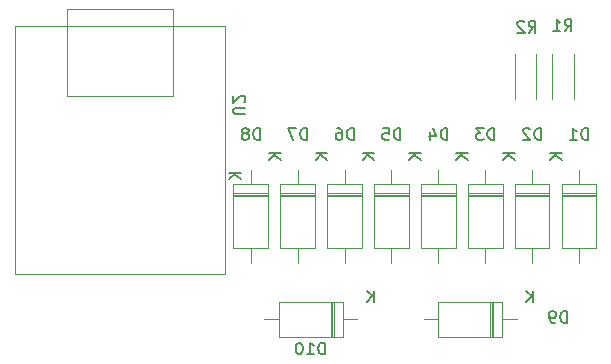
<source format=gbr>
%TF.GenerationSoftware,KiCad,Pcbnew,8.0.5-dirty*%
%TF.CreationDate,2024-10-05T14:38:16-04:00*%
%TF.ProjectId,cool-keyboard,636f6f6c-2d6b-4657-9962-6f6172642e6b,rev?*%
%TF.SameCoordinates,Original*%
%TF.FileFunction,Legend,Bot*%
%TF.FilePolarity,Positive*%
%FSLAX46Y46*%
G04 Gerber Fmt 4.6, Leading zero omitted, Abs format (unit mm)*
G04 Created by KiCad (PCBNEW 8.0.5-dirty) date 2024-10-05 14:38:16*
%MOMM*%
%LPD*%
G01*
G04 APERTURE LIST*
%ADD10C,0.150000*%
%ADD11C,0.120000*%
G04 APERTURE END LIST*
D10*
X155424094Y-77480319D02*
X155424094Y-76480319D01*
X155424094Y-76480319D02*
X155185999Y-76480319D01*
X155185999Y-76480319D02*
X155043142Y-76527938D01*
X155043142Y-76527938D02*
X154947904Y-76623176D01*
X154947904Y-76623176D02*
X154900285Y-76718414D01*
X154900285Y-76718414D02*
X154852666Y-76908890D01*
X154852666Y-76908890D02*
X154852666Y-77051747D01*
X154852666Y-77051747D02*
X154900285Y-77242223D01*
X154900285Y-77242223D02*
X154947904Y-77337461D01*
X154947904Y-77337461D02*
X155043142Y-77432700D01*
X155043142Y-77432700D02*
X155185999Y-77480319D01*
X155185999Y-77480319D02*
X155424094Y-77480319D01*
X154376475Y-77480319D02*
X154185999Y-77480319D01*
X154185999Y-77480319D02*
X154090761Y-77432700D01*
X154090761Y-77432700D02*
X154043142Y-77385080D01*
X154043142Y-77385080D02*
X153947904Y-77242223D01*
X153947904Y-77242223D02*
X153900285Y-77051747D01*
X153900285Y-77051747D02*
X153900285Y-76670795D01*
X153900285Y-76670795D02*
X153947904Y-76575557D01*
X153947904Y-76575557D02*
X153995523Y-76527938D01*
X153995523Y-76527938D02*
X154090761Y-76480319D01*
X154090761Y-76480319D02*
X154281237Y-76480319D01*
X154281237Y-76480319D02*
X154376475Y-76527938D01*
X154376475Y-76527938D02*
X154424094Y-76575557D01*
X154424094Y-76575557D02*
X154471713Y-76670795D01*
X154471713Y-76670795D02*
X154471713Y-76908890D01*
X154471713Y-76908890D02*
X154424094Y-77004128D01*
X154424094Y-77004128D02*
X154376475Y-77051747D01*
X154376475Y-77051747D02*
X154281237Y-77099366D01*
X154281237Y-77099366D02*
X154090761Y-77099366D01*
X154090761Y-77099366D02*
X153995523Y-77051747D01*
X153995523Y-77051747D02*
X153947904Y-77004128D01*
X153947904Y-77004128D02*
X153900285Y-76908890D01*
X152566604Y-75739019D02*
X152566604Y-74739019D01*
X151995176Y-75739019D02*
X152423747Y-75167590D01*
X151995176Y-74739019D02*
X152566604Y-75310447D01*
X137358394Y-61986319D02*
X137358394Y-60986319D01*
X137358394Y-60986319D02*
X137120299Y-60986319D01*
X137120299Y-60986319D02*
X136977442Y-61033938D01*
X136977442Y-61033938D02*
X136882204Y-61129176D01*
X136882204Y-61129176D02*
X136834585Y-61224414D01*
X136834585Y-61224414D02*
X136786966Y-61414890D01*
X136786966Y-61414890D02*
X136786966Y-61557747D01*
X136786966Y-61557747D02*
X136834585Y-61748223D01*
X136834585Y-61748223D02*
X136882204Y-61843461D01*
X136882204Y-61843461D02*
X136977442Y-61938700D01*
X136977442Y-61938700D02*
X137120299Y-61986319D01*
X137120299Y-61986319D02*
X137358394Y-61986319D01*
X135929823Y-60986319D02*
X136120299Y-60986319D01*
X136120299Y-60986319D02*
X136215537Y-61033938D01*
X136215537Y-61033938D02*
X136263156Y-61081557D01*
X136263156Y-61081557D02*
X136358394Y-61224414D01*
X136358394Y-61224414D02*
X136406013Y-61414890D01*
X136406013Y-61414890D02*
X136406013Y-61795842D01*
X136406013Y-61795842D02*
X136358394Y-61891080D01*
X136358394Y-61891080D02*
X136310775Y-61938700D01*
X136310775Y-61938700D02*
X136215537Y-61986319D01*
X136215537Y-61986319D02*
X136025061Y-61986319D01*
X136025061Y-61986319D02*
X135929823Y-61938700D01*
X135929823Y-61938700D02*
X135882204Y-61891080D01*
X135882204Y-61891080D02*
X135834585Y-61795842D01*
X135834585Y-61795842D02*
X135834585Y-61557747D01*
X135834585Y-61557747D02*
X135882204Y-61462509D01*
X135882204Y-61462509D02*
X135929823Y-61414890D01*
X135929823Y-61414890D02*
X136025061Y-61367271D01*
X136025061Y-61367271D02*
X136215537Y-61367271D01*
X136215537Y-61367271D02*
X136310775Y-61414890D01*
X136310775Y-61414890D02*
X136358394Y-61462509D01*
X136358394Y-61462509D02*
X136406013Y-61557747D01*
X135143319Y-63111095D02*
X134143319Y-63111095D01*
X135143319Y-63682523D02*
X134571890Y-63253952D01*
X134143319Y-63682523D02*
X134714747Y-63111095D01*
X134945285Y-80147319D02*
X134945285Y-79147319D01*
X134945285Y-79147319D02*
X134707190Y-79147319D01*
X134707190Y-79147319D02*
X134564333Y-79194938D01*
X134564333Y-79194938D02*
X134469095Y-79290176D01*
X134469095Y-79290176D02*
X134421476Y-79385414D01*
X134421476Y-79385414D02*
X134373857Y-79575890D01*
X134373857Y-79575890D02*
X134373857Y-79718747D01*
X134373857Y-79718747D02*
X134421476Y-79909223D01*
X134421476Y-79909223D02*
X134469095Y-80004461D01*
X134469095Y-80004461D02*
X134564333Y-80099700D01*
X134564333Y-80099700D02*
X134707190Y-80147319D01*
X134707190Y-80147319D02*
X134945285Y-80147319D01*
X133421476Y-80147319D02*
X133992904Y-80147319D01*
X133707190Y-80147319D02*
X133707190Y-79147319D01*
X133707190Y-79147319D02*
X133802428Y-79290176D01*
X133802428Y-79290176D02*
X133897666Y-79385414D01*
X133897666Y-79385414D02*
X133992904Y-79433033D01*
X132802428Y-79147319D02*
X132707190Y-79147319D01*
X132707190Y-79147319D02*
X132611952Y-79194938D01*
X132611952Y-79194938D02*
X132564333Y-79242557D01*
X132564333Y-79242557D02*
X132516714Y-79337795D01*
X132516714Y-79337795D02*
X132469095Y-79528271D01*
X132469095Y-79528271D02*
X132469095Y-79766366D01*
X132469095Y-79766366D02*
X132516714Y-79956842D01*
X132516714Y-79956842D02*
X132564333Y-80052080D01*
X132564333Y-80052080D02*
X132611952Y-80099700D01*
X132611952Y-80099700D02*
X132707190Y-80147319D01*
X132707190Y-80147319D02*
X132802428Y-80147319D01*
X132802428Y-80147319D02*
X132897666Y-80099700D01*
X132897666Y-80099700D02*
X132945285Y-80052080D01*
X132945285Y-80052080D02*
X132992904Y-79956842D01*
X132992904Y-79956842D02*
X133040523Y-79766366D01*
X133040523Y-79766366D02*
X133040523Y-79528271D01*
X133040523Y-79528271D02*
X132992904Y-79337795D01*
X132992904Y-79337795D02*
X132945285Y-79242557D01*
X132945285Y-79242557D02*
X132897666Y-79194938D01*
X132897666Y-79194938D02*
X132802428Y-79147319D01*
X139072904Y-75739019D02*
X139072904Y-74739019D01*
X138501476Y-75739019D02*
X138930047Y-75167590D01*
X138501476Y-74739019D02*
X139072904Y-75310447D01*
X149264594Y-61986319D02*
X149264594Y-60986319D01*
X149264594Y-60986319D02*
X149026499Y-60986319D01*
X149026499Y-60986319D02*
X148883642Y-61033938D01*
X148883642Y-61033938D02*
X148788404Y-61129176D01*
X148788404Y-61129176D02*
X148740785Y-61224414D01*
X148740785Y-61224414D02*
X148693166Y-61414890D01*
X148693166Y-61414890D02*
X148693166Y-61557747D01*
X148693166Y-61557747D02*
X148740785Y-61748223D01*
X148740785Y-61748223D02*
X148788404Y-61843461D01*
X148788404Y-61843461D02*
X148883642Y-61938700D01*
X148883642Y-61938700D02*
X149026499Y-61986319D01*
X149026499Y-61986319D02*
X149264594Y-61986319D01*
X148359832Y-60986319D02*
X147740785Y-60986319D01*
X147740785Y-60986319D02*
X148074118Y-61367271D01*
X148074118Y-61367271D02*
X147931261Y-61367271D01*
X147931261Y-61367271D02*
X147836023Y-61414890D01*
X147836023Y-61414890D02*
X147788404Y-61462509D01*
X147788404Y-61462509D02*
X147740785Y-61557747D01*
X147740785Y-61557747D02*
X147740785Y-61795842D01*
X147740785Y-61795842D02*
X147788404Y-61891080D01*
X147788404Y-61891080D02*
X147836023Y-61938700D01*
X147836023Y-61938700D02*
X147931261Y-61986319D01*
X147931261Y-61986319D02*
X148216975Y-61986319D01*
X148216975Y-61986319D02*
X148312213Y-61938700D01*
X148312213Y-61938700D02*
X148359832Y-61891080D01*
X147049519Y-63111095D02*
X146049519Y-63111095D01*
X147049519Y-63682523D02*
X146478090Y-63253952D01*
X146049519Y-63682523D02*
X146620947Y-63111095D01*
X155233666Y-52778819D02*
X155566999Y-52302628D01*
X155805094Y-52778819D02*
X155805094Y-51778819D01*
X155805094Y-51778819D02*
X155424142Y-51778819D01*
X155424142Y-51778819D02*
X155328904Y-51826438D01*
X155328904Y-51826438D02*
X155281285Y-51874057D01*
X155281285Y-51874057D02*
X155233666Y-51969295D01*
X155233666Y-51969295D02*
X155233666Y-52112152D01*
X155233666Y-52112152D02*
X155281285Y-52207390D01*
X155281285Y-52207390D02*
X155328904Y-52255009D01*
X155328904Y-52255009D02*
X155424142Y-52302628D01*
X155424142Y-52302628D02*
X155805094Y-52302628D01*
X154281285Y-52778819D02*
X154852713Y-52778819D01*
X154566999Y-52778819D02*
X154566999Y-51778819D01*
X154566999Y-51778819D02*
X154662237Y-51921676D01*
X154662237Y-51921676D02*
X154757475Y-52016914D01*
X154757475Y-52016914D02*
X154852713Y-52064533D01*
X145295894Y-61986319D02*
X145295894Y-60986319D01*
X145295894Y-60986319D02*
X145057799Y-60986319D01*
X145057799Y-60986319D02*
X144914942Y-61033938D01*
X144914942Y-61033938D02*
X144819704Y-61129176D01*
X144819704Y-61129176D02*
X144772085Y-61224414D01*
X144772085Y-61224414D02*
X144724466Y-61414890D01*
X144724466Y-61414890D02*
X144724466Y-61557747D01*
X144724466Y-61557747D02*
X144772085Y-61748223D01*
X144772085Y-61748223D02*
X144819704Y-61843461D01*
X144819704Y-61843461D02*
X144914942Y-61938700D01*
X144914942Y-61938700D02*
X145057799Y-61986319D01*
X145057799Y-61986319D02*
X145295894Y-61986319D01*
X143867323Y-61319652D02*
X143867323Y-61986319D01*
X144105418Y-60938700D02*
X144343513Y-61652985D01*
X144343513Y-61652985D02*
X143724466Y-61652985D01*
X143080819Y-63111095D02*
X142080819Y-63111095D01*
X143080819Y-63682523D02*
X142509390Y-63253952D01*
X142080819Y-63682523D02*
X142652247Y-63111095D01*
X157202094Y-61986319D02*
X157202094Y-60986319D01*
X157202094Y-60986319D02*
X156963999Y-60986319D01*
X156963999Y-60986319D02*
X156821142Y-61033938D01*
X156821142Y-61033938D02*
X156725904Y-61129176D01*
X156725904Y-61129176D02*
X156678285Y-61224414D01*
X156678285Y-61224414D02*
X156630666Y-61414890D01*
X156630666Y-61414890D02*
X156630666Y-61557747D01*
X156630666Y-61557747D02*
X156678285Y-61748223D01*
X156678285Y-61748223D02*
X156725904Y-61843461D01*
X156725904Y-61843461D02*
X156821142Y-61938700D01*
X156821142Y-61938700D02*
X156963999Y-61986319D01*
X156963999Y-61986319D02*
X157202094Y-61986319D01*
X155678285Y-61986319D02*
X156249713Y-61986319D01*
X155963999Y-61986319D02*
X155963999Y-60986319D01*
X155963999Y-60986319D02*
X156059237Y-61129176D01*
X156059237Y-61129176D02*
X156154475Y-61224414D01*
X156154475Y-61224414D02*
X156249713Y-61272033D01*
X154987019Y-63111095D02*
X153987019Y-63111095D01*
X154987019Y-63682523D02*
X154415590Y-63253952D01*
X153987019Y-63682523D02*
X154558447Y-63111095D01*
X152185666Y-52905819D02*
X152518999Y-52429628D01*
X152757094Y-52905819D02*
X152757094Y-51905819D01*
X152757094Y-51905819D02*
X152376142Y-51905819D01*
X152376142Y-51905819D02*
X152280904Y-51953438D01*
X152280904Y-51953438D02*
X152233285Y-52001057D01*
X152233285Y-52001057D02*
X152185666Y-52096295D01*
X152185666Y-52096295D02*
X152185666Y-52239152D01*
X152185666Y-52239152D02*
X152233285Y-52334390D01*
X152233285Y-52334390D02*
X152280904Y-52382009D01*
X152280904Y-52382009D02*
X152376142Y-52429628D01*
X152376142Y-52429628D02*
X152757094Y-52429628D01*
X151804713Y-52001057D02*
X151757094Y-51953438D01*
X151757094Y-51953438D02*
X151661856Y-51905819D01*
X151661856Y-51905819D02*
X151423761Y-51905819D01*
X151423761Y-51905819D02*
X151328523Y-51953438D01*
X151328523Y-51953438D02*
X151280904Y-52001057D01*
X151280904Y-52001057D02*
X151233285Y-52096295D01*
X151233285Y-52096295D02*
X151233285Y-52191533D01*
X151233285Y-52191533D02*
X151280904Y-52334390D01*
X151280904Y-52334390D02*
X151852332Y-52905819D01*
X151852332Y-52905819D02*
X151233285Y-52905819D01*
X153233394Y-61986319D02*
X153233394Y-60986319D01*
X153233394Y-60986319D02*
X152995299Y-60986319D01*
X152995299Y-60986319D02*
X152852442Y-61033938D01*
X152852442Y-61033938D02*
X152757204Y-61129176D01*
X152757204Y-61129176D02*
X152709585Y-61224414D01*
X152709585Y-61224414D02*
X152661966Y-61414890D01*
X152661966Y-61414890D02*
X152661966Y-61557747D01*
X152661966Y-61557747D02*
X152709585Y-61748223D01*
X152709585Y-61748223D02*
X152757204Y-61843461D01*
X152757204Y-61843461D02*
X152852442Y-61938700D01*
X152852442Y-61938700D02*
X152995299Y-61986319D01*
X152995299Y-61986319D02*
X153233394Y-61986319D01*
X152281013Y-61081557D02*
X152233394Y-61033938D01*
X152233394Y-61033938D02*
X152138156Y-60986319D01*
X152138156Y-60986319D02*
X151900061Y-60986319D01*
X151900061Y-60986319D02*
X151804823Y-61033938D01*
X151804823Y-61033938D02*
X151757204Y-61081557D01*
X151757204Y-61081557D02*
X151709585Y-61176795D01*
X151709585Y-61176795D02*
X151709585Y-61272033D01*
X151709585Y-61272033D02*
X151757204Y-61414890D01*
X151757204Y-61414890D02*
X152328632Y-61986319D01*
X152328632Y-61986319D02*
X151709585Y-61986319D01*
X151018319Y-63111095D02*
X150018319Y-63111095D01*
X151018319Y-63682523D02*
X150446890Y-63253952D01*
X150018319Y-63682523D02*
X150589747Y-63111095D01*
X133389594Y-61986319D02*
X133389594Y-60986319D01*
X133389594Y-60986319D02*
X133151499Y-60986319D01*
X133151499Y-60986319D02*
X133008642Y-61033938D01*
X133008642Y-61033938D02*
X132913404Y-61129176D01*
X132913404Y-61129176D02*
X132865785Y-61224414D01*
X132865785Y-61224414D02*
X132818166Y-61414890D01*
X132818166Y-61414890D02*
X132818166Y-61557747D01*
X132818166Y-61557747D02*
X132865785Y-61748223D01*
X132865785Y-61748223D02*
X132913404Y-61843461D01*
X132913404Y-61843461D02*
X133008642Y-61938700D01*
X133008642Y-61938700D02*
X133151499Y-61986319D01*
X133151499Y-61986319D02*
X133389594Y-61986319D01*
X132484832Y-60986319D02*
X131818166Y-60986319D01*
X131818166Y-60986319D02*
X132246737Y-61986319D01*
X131174519Y-63111095D02*
X130174519Y-63111095D01*
X131174519Y-63682523D02*
X130603090Y-63253952D01*
X130174519Y-63682523D02*
X130745947Y-63111095D01*
X128180180Y-59816904D02*
X127370657Y-59816904D01*
X127370657Y-59816904D02*
X127275419Y-59769285D01*
X127275419Y-59769285D02*
X127227800Y-59721666D01*
X127227800Y-59721666D02*
X127180180Y-59626428D01*
X127180180Y-59626428D02*
X127180180Y-59435952D01*
X127180180Y-59435952D02*
X127227800Y-59340714D01*
X127227800Y-59340714D02*
X127275419Y-59293095D01*
X127275419Y-59293095D02*
X127370657Y-59245476D01*
X127370657Y-59245476D02*
X128180180Y-59245476D01*
X128084942Y-58816904D02*
X128132561Y-58769285D01*
X128132561Y-58769285D02*
X128180180Y-58674047D01*
X128180180Y-58674047D02*
X128180180Y-58435952D01*
X128180180Y-58435952D02*
X128132561Y-58340714D01*
X128132561Y-58340714D02*
X128084942Y-58293095D01*
X128084942Y-58293095D02*
X127989704Y-58245476D01*
X127989704Y-58245476D02*
X127894466Y-58245476D01*
X127894466Y-58245476D02*
X127751609Y-58293095D01*
X127751609Y-58293095D02*
X127180180Y-58864523D01*
X127180180Y-58864523D02*
X127180180Y-58245476D01*
X141327094Y-61986319D02*
X141327094Y-60986319D01*
X141327094Y-60986319D02*
X141088999Y-60986319D01*
X141088999Y-60986319D02*
X140946142Y-61033938D01*
X140946142Y-61033938D02*
X140850904Y-61129176D01*
X140850904Y-61129176D02*
X140803285Y-61224414D01*
X140803285Y-61224414D02*
X140755666Y-61414890D01*
X140755666Y-61414890D02*
X140755666Y-61557747D01*
X140755666Y-61557747D02*
X140803285Y-61748223D01*
X140803285Y-61748223D02*
X140850904Y-61843461D01*
X140850904Y-61843461D02*
X140946142Y-61938700D01*
X140946142Y-61938700D02*
X141088999Y-61986319D01*
X141088999Y-61986319D02*
X141327094Y-61986319D01*
X139850904Y-60986319D02*
X140327094Y-60986319D01*
X140327094Y-60986319D02*
X140374713Y-61462509D01*
X140374713Y-61462509D02*
X140327094Y-61414890D01*
X140327094Y-61414890D02*
X140231856Y-61367271D01*
X140231856Y-61367271D02*
X139993761Y-61367271D01*
X139993761Y-61367271D02*
X139898523Y-61414890D01*
X139898523Y-61414890D02*
X139850904Y-61462509D01*
X139850904Y-61462509D02*
X139803285Y-61557747D01*
X139803285Y-61557747D02*
X139803285Y-61795842D01*
X139803285Y-61795842D02*
X139850904Y-61891080D01*
X139850904Y-61891080D02*
X139898523Y-61938700D01*
X139898523Y-61938700D02*
X139993761Y-61986319D01*
X139993761Y-61986319D02*
X140231856Y-61986319D01*
X140231856Y-61986319D02*
X140327094Y-61938700D01*
X140327094Y-61938700D02*
X140374713Y-61891080D01*
X139112019Y-63111095D02*
X138112019Y-63111095D01*
X139112019Y-63682523D02*
X138540590Y-63253952D01*
X138112019Y-63682523D02*
X138683447Y-63111095D01*
X129420894Y-61986319D02*
X129420894Y-60986319D01*
X129420894Y-60986319D02*
X129182799Y-60986319D01*
X129182799Y-60986319D02*
X129039942Y-61033938D01*
X129039942Y-61033938D02*
X128944704Y-61129176D01*
X128944704Y-61129176D02*
X128897085Y-61224414D01*
X128897085Y-61224414D02*
X128849466Y-61414890D01*
X128849466Y-61414890D02*
X128849466Y-61557747D01*
X128849466Y-61557747D02*
X128897085Y-61748223D01*
X128897085Y-61748223D02*
X128944704Y-61843461D01*
X128944704Y-61843461D02*
X129039942Y-61938700D01*
X129039942Y-61938700D02*
X129182799Y-61986319D01*
X129182799Y-61986319D02*
X129420894Y-61986319D01*
X128278037Y-61414890D02*
X128373275Y-61367271D01*
X128373275Y-61367271D02*
X128420894Y-61319652D01*
X128420894Y-61319652D02*
X128468513Y-61224414D01*
X128468513Y-61224414D02*
X128468513Y-61176795D01*
X128468513Y-61176795D02*
X128420894Y-61081557D01*
X128420894Y-61081557D02*
X128373275Y-61033938D01*
X128373275Y-61033938D02*
X128278037Y-60986319D01*
X128278037Y-60986319D02*
X128087561Y-60986319D01*
X128087561Y-60986319D02*
X127992323Y-61033938D01*
X127992323Y-61033938D02*
X127944704Y-61081557D01*
X127944704Y-61081557D02*
X127897085Y-61176795D01*
X127897085Y-61176795D02*
X127897085Y-61224414D01*
X127897085Y-61224414D02*
X127944704Y-61319652D01*
X127944704Y-61319652D02*
X127992323Y-61367271D01*
X127992323Y-61367271D02*
X128087561Y-61414890D01*
X128087561Y-61414890D02*
X128278037Y-61414890D01*
X128278037Y-61414890D02*
X128373275Y-61462509D01*
X128373275Y-61462509D02*
X128420894Y-61510128D01*
X128420894Y-61510128D02*
X128468513Y-61605366D01*
X128468513Y-61605366D02*
X128468513Y-61795842D01*
X128468513Y-61795842D02*
X128420894Y-61891080D01*
X128420894Y-61891080D02*
X128373275Y-61938700D01*
X128373275Y-61938700D02*
X128278037Y-61986319D01*
X128278037Y-61986319D02*
X128087561Y-61986319D01*
X128087561Y-61986319D02*
X127992323Y-61938700D01*
X127992323Y-61938700D02*
X127944704Y-61891080D01*
X127944704Y-61891080D02*
X127897085Y-61795842D01*
X127897085Y-61795842D02*
X127897085Y-61605366D01*
X127897085Y-61605366D02*
X127944704Y-61510128D01*
X127944704Y-61510128D02*
X127992323Y-61462509D01*
X127992323Y-61462509D02*
X128087561Y-61414890D01*
X127804019Y-64762095D02*
X126804019Y-64762095D01*
X127804019Y-65333523D02*
X127232590Y-64904952D01*
X126804019Y-65333523D02*
X127375447Y-64762095D01*
D11*
%TO.C,D9*%
X144504700Y-75714200D02*
X144504700Y-78654200D01*
X144504700Y-77184200D02*
X143284700Y-77184200D01*
X144504700Y-78654200D02*
X149944700Y-78654200D01*
X148924700Y-78654200D02*
X148924700Y-75714200D01*
X149044700Y-78654200D02*
X149044700Y-75714200D01*
X149164700Y-78654200D02*
X149164700Y-75714200D01*
X149944700Y-75714200D02*
X144504700Y-75714200D01*
X149944700Y-77184200D02*
X151164700Y-77184200D01*
X149944700Y-78654200D02*
X149944700Y-75714200D01*
%TO.C,D6*%
X135118500Y-65733000D02*
X135118500Y-71173000D01*
X135118500Y-71173000D02*
X138058500Y-71173000D01*
X136588500Y-65733000D02*
X136588500Y-64513000D01*
X136588500Y-71173000D02*
X136588500Y-72393000D01*
X138058500Y-65733000D02*
X135118500Y-65733000D01*
X138058500Y-66513000D02*
X135118500Y-66513000D01*
X138058500Y-66633000D02*
X135118500Y-66633000D01*
X138058500Y-66753000D02*
X135118500Y-66753000D01*
X138058500Y-71173000D02*
X138058500Y-65733000D01*
%TO.C,D10*%
X131011000Y-75714200D02*
X131011000Y-78654200D01*
X131011000Y-77184200D02*
X129791000Y-77184200D01*
X131011000Y-78654200D02*
X136451000Y-78654200D01*
X135431000Y-78654200D02*
X135431000Y-75714200D01*
X135551000Y-78654200D02*
X135551000Y-75714200D01*
X135671000Y-78654200D02*
X135671000Y-75714200D01*
X136451000Y-75714200D02*
X131011000Y-75714200D01*
X136451000Y-77184200D02*
X137671000Y-77184200D01*
X136451000Y-78654200D02*
X136451000Y-75714200D01*
%TO.C,D3*%
X147024700Y-65733000D02*
X147024700Y-71173000D01*
X147024700Y-71173000D02*
X149964700Y-71173000D01*
X148494700Y-65733000D02*
X148494700Y-64513000D01*
X148494700Y-71173000D02*
X148494700Y-72393000D01*
X149964700Y-65733000D02*
X147024700Y-65733000D01*
X149964700Y-66513000D02*
X147024700Y-66513000D01*
X149964700Y-66633000D02*
X147024700Y-66633000D01*
X149964700Y-66753000D02*
X147024700Y-66753000D01*
X149964700Y-71173000D02*
X149964700Y-65733000D01*
%TO.C,R1*%
X154147000Y-54722000D02*
X154147000Y-58562000D01*
X155987000Y-54722000D02*
X155987000Y-58562000D01*
%TO.C,D4*%
X143056000Y-65733000D02*
X143056000Y-71173000D01*
X143056000Y-71173000D02*
X145996000Y-71173000D01*
X144526000Y-65733000D02*
X144526000Y-64513000D01*
X144526000Y-71173000D02*
X144526000Y-72393000D01*
X145996000Y-65733000D02*
X143056000Y-65733000D01*
X145996000Y-66513000D02*
X143056000Y-66513000D01*
X145996000Y-66633000D02*
X143056000Y-66633000D01*
X145996000Y-66753000D02*
X143056000Y-66753000D01*
X145996000Y-71173000D02*
X145996000Y-65733000D01*
%TO.C,D1*%
X154962200Y-65733000D02*
X154962200Y-71173000D01*
X154962200Y-71173000D02*
X157902200Y-71173000D01*
X156432200Y-65733000D02*
X156432200Y-64513000D01*
X156432200Y-71173000D02*
X156432200Y-72393000D01*
X157902200Y-65733000D02*
X154962200Y-65733000D01*
X157902200Y-66513000D02*
X154962200Y-66513000D01*
X157902200Y-66633000D02*
X154962200Y-66633000D01*
X157902200Y-66753000D02*
X154962200Y-66753000D01*
X157902200Y-71173000D02*
X157902200Y-65733000D01*
%TO.C,R2*%
X150997000Y-54722000D02*
X150997000Y-58562000D01*
X152837000Y-54722000D02*
X152837000Y-58562000D01*
%TO.C,D2*%
X150993500Y-65733000D02*
X150993500Y-71173000D01*
X150993500Y-71173000D02*
X153933500Y-71173000D01*
X152463500Y-65733000D02*
X152463500Y-64513000D01*
X152463500Y-71173000D02*
X152463500Y-72393000D01*
X153933500Y-65733000D02*
X150993500Y-65733000D01*
X153933500Y-66513000D02*
X150993500Y-66513000D01*
X153933500Y-66633000D02*
X150993500Y-66633000D01*
X153933500Y-66753000D02*
X150993500Y-66753000D01*
X153933500Y-71173000D02*
X153933500Y-65733000D01*
%TO.C,D7*%
X131149700Y-65733000D02*
X131149700Y-71173000D01*
X131149700Y-71173000D02*
X134089700Y-71173000D01*
X132619700Y-65733000D02*
X132619700Y-64513000D01*
X132619700Y-71173000D02*
X132619700Y-72393000D01*
X134089700Y-65733000D02*
X131149700Y-65733000D01*
X134089700Y-66513000D02*
X131149700Y-66513000D01*
X134089700Y-66633000D02*
X131149700Y-66633000D01*
X134089700Y-66753000D02*
X131149700Y-66753000D01*
X134089700Y-71173000D02*
X134089700Y-65733000D01*
%TO.C,U2*%
X122102000Y-58233000D02*
X113102000Y-58233000D01*
X113102000Y-50903000D01*
X122102000Y-50903000D01*
X122102000Y-58233000D01*
X126492000Y-73303000D02*
X108712000Y-73303000D01*
X108712000Y-52303000D01*
X126492000Y-52303000D01*
X126492000Y-73303000D01*
%TO.C,D5*%
X139087200Y-65733000D02*
X139087200Y-71173000D01*
X139087200Y-71173000D02*
X142027200Y-71173000D01*
X140557200Y-65733000D02*
X140557200Y-64513000D01*
X140557200Y-71173000D02*
X140557200Y-72393000D01*
X142027200Y-65733000D02*
X139087200Y-65733000D01*
X142027200Y-66513000D02*
X139087200Y-66513000D01*
X142027200Y-66633000D02*
X139087200Y-66633000D01*
X142027200Y-66753000D02*
X139087200Y-66753000D01*
X142027200Y-71173000D02*
X142027200Y-65733000D01*
%TO.C,D8*%
X127181000Y-65733000D02*
X127181000Y-71173000D01*
X127181000Y-71173000D02*
X130121000Y-71173000D01*
X128651000Y-65733000D02*
X128651000Y-64513000D01*
X128651000Y-71173000D02*
X128651000Y-72393000D01*
X130121000Y-65733000D02*
X127181000Y-65733000D01*
X130121000Y-66513000D02*
X127181000Y-66513000D01*
X130121000Y-66633000D02*
X127181000Y-66633000D01*
X130121000Y-66753000D02*
X127181000Y-66753000D01*
X130121000Y-71173000D02*
X130121000Y-65733000D01*
%TD*%
M02*

</source>
